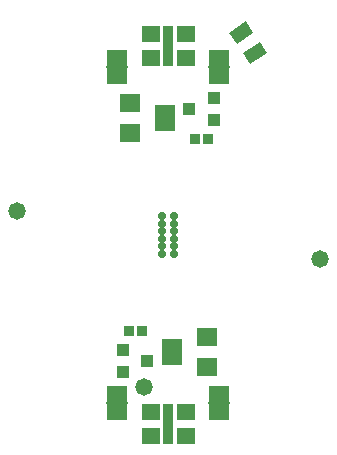
<source format=gts>
G75*
%MOIN*%
%OFA0B0*%
%FSLAX24Y24*%
%IPPOS*%
%LPD*%
%AMOC8*
5,1,8,0,0,1.08239X$1,22.5*
%
%ADD10C,0.0580*%
%ADD11R,0.0350X0.0380*%
%ADD12R,0.0460X0.0680*%
%ADD13R,0.0710X0.0540*%
%ADD14R,0.0720X0.0060*%
%ADD15R,0.0434X0.0395*%
%ADD16OC8,0.0270*%
%ADD17R,0.0710X0.0592*%
%ADD18R,0.0710X0.0867*%
%ADD19R,0.0356X0.1340*%
%ADD20R,0.0592X0.0533*%
D10*
X011350Y016102D03*
X007102Y021970D03*
X017218Y020350D03*
D11*
X013470Y024360D03*
X013050Y024360D03*
X011270Y017960D03*
X010850Y017960D03*
D12*
G36*
X014889Y026851D02*
X014632Y027231D01*
X015195Y027611D01*
X015452Y027231D01*
X014889Y026851D01*
G37*
G36*
X014431Y027531D02*
X014174Y027911D01*
X014737Y028291D01*
X014994Y027911D01*
X014431Y027531D01*
G37*
D13*
X010460Y015260D03*
X010460Y015860D03*
X013860Y015860D03*
X013860Y015260D03*
X013860Y026460D03*
X013860Y027060D03*
X010460Y027060D03*
X010460Y026460D03*
D14*
X010460Y026760D03*
X013860Y026760D03*
X013860Y015560D03*
X010460Y015560D03*
D15*
X010633Y016586D03*
X010633Y017334D03*
X011460Y016960D03*
X013687Y024986D03*
X013687Y025734D03*
X012860Y025360D03*
D16*
X012360Y021785D03*
X012360Y021535D03*
X012360Y021285D03*
X012360Y021035D03*
X012360Y020785D03*
X012360Y020535D03*
X011960Y020535D03*
X011960Y020785D03*
X011960Y021035D03*
X011960Y021285D03*
X011960Y021535D03*
X011960Y021785D03*
D17*
X010889Y024560D03*
X010889Y025560D03*
X013431Y017760D03*
X013431Y016760D03*
D18*
X012289Y017260D03*
X012031Y025060D03*
D19*
X012160Y027460D03*
X012160Y014860D03*
D20*
X012741Y015264D03*
X012741Y014456D03*
X011579Y014456D03*
X011579Y015264D03*
X011579Y027056D03*
X011579Y027864D03*
X012741Y027864D03*
X012741Y027056D03*
M02*

</source>
